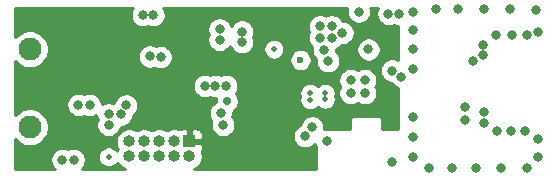
<source format=gbr>
%TF.GenerationSoftware,KiCad,Pcbnew,(5.1.9)-1*%
%TF.CreationDate,2021-11-01T00:10:38+05:30*%
%TF.ProjectId,STM32-nRF24,53544d33-322d-46e5-9246-32342e6b6963,Rev. A*%
%TF.SameCoordinates,Original*%
%TF.FileFunction,Copper,L3,Inr*%
%TF.FilePolarity,Positive*%
%FSLAX46Y46*%
G04 Gerber Fmt 4.6, Leading zero omitted, Abs format (unit mm)*
G04 Created by KiCad (PCBNEW (5.1.9)-1) date 2021-11-01 00:10:38*
%MOMM*%
%LPD*%
G01*
G04 APERTURE LIST*
%TA.AperFunction,ComponentPad*%
%ADD10C,1.950000*%
%TD*%
%TA.AperFunction,ComponentPad*%
%ADD11R,1.000000X1.000000*%
%TD*%
%TA.AperFunction,ComponentPad*%
%ADD12O,1.000000X1.000000*%
%TD*%
%TA.AperFunction,ViaPad*%
%ADD13C,0.800000*%
%TD*%
%TA.AperFunction,ViaPad*%
%ADD14C,0.700000*%
%TD*%
%TA.AperFunction,ViaPad*%
%ADD15C,0.600000*%
%TD*%
%TA.AperFunction,ViaPad*%
%ADD16C,0.500000*%
%TD*%
%TA.AperFunction,Conductor*%
%ADD17C,0.254000*%
%TD*%
%TA.AperFunction,Conductor*%
%ADD18C,0.100000*%
%TD*%
G04 APERTURE END LIST*
D10*
%TO.N,N/C*%
%TO.C,J1*%
X84075000Y-157400000D03*
X84075000Y-164000000D03*
%TD*%
D11*
%TO.N,+3V3*%
%TO.C,J3*%
X97590000Y-165200000D03*
D12*
%TO.N,SWDIO*%
X97590000Y-166470000D03*
%TO.N,GND*%
X96320000Y-165200000D03*
%TO.N,SWCLK*%
X96320000Y-166470000D03*
%TO.N,GND*%
X95050000Y-165200000D03*
%TO.N,Net-(J3-Pad6)*%
X95050000Y-166470000D03*
%TO.N,Net-(J3-Pad7)*%
X93780000Y-165200000D03*
%TO.N,Net-(J3-Pad8)*%
X93780000Y-166470000D03*
%TO.N,GND*%
X92510000Y-165200000D03*
%TO.N,NRST*%
X92510000Y-166470000D03*
%TD*%
D13*
%TO.N,GND*%
X126950000Y-154100000D03*
X127150000Y-155900000D03*
X116550000Y-159100000D03*
X122450000Y-157900000D03*
X122550000Y-162700000D03*
X120950000Y-163400000D03*
X120950000Y-162300000D03*
X121650000Y-158400000D03*
X122550000Y-163600000D03*
X122450000Y-157000000D03*
X112450000Y-161100000D03*
X111250000Y-161100000D03*
X112450000Y-160000000D03*
X108000000Y-164000000D03*
X90750000Y-163800000D03*
X94550000Y-154500000D03*
X111950000Y-154200000D03*
X114750000Y-159200000D03*
X112750000Y-157400000D03*
X114750000Y-166900000D03*
X102050000Y-156800000D03*
X102050000Y-155900000D03*
X109250000Y-165200000D03*
X100450000Y-163800000D03*
X109000000Y-157450000D03*
X108650000Y-156400000D03*
X88200000Y-162100000D03*
D14*
X100800000Y-161800000D03*
D13*
X100150000Y-155700000D03*
X91800000Y-162900000D03*
X100250000Y-162800000D03*
X109650000Y-156400000D03*
X109350000Y-158400000D03*
X114450000Y-154400000D03*
X111250000Y-160000000D03*
X95150000Y-158050000D03*
X110550000Y-156000000D03*
X107400000Y-164750000D03*
X115550000Y-159700000D03*
X115350000Y-154400000D03*
X109650000Y-155450000D03*
X108650000Y-155450000D03*
X93650000Y-154500000D03*
X89150000Y-162100000D03*
X90750000Y-162900000D03*
X92250000Y-162150000D03*
X94250000Y-158000000D03*
X100700000Y-160500000D03*
X99800000Y-160500000D03*
X98900000Y-160500000D03*
X100150000Y-156600000D03*
X116550000Y-157400000D03*
X116550000Y-155800000D03*
X116550000Y-154200000D03*
X118450000Y-154000000D03*
X120350000Y-154000000D03*
X122550000Y-154000000D03*
X124750000Y-154000000D03*
X116550000Y-163100000D03*
X116550000Y-164800000D03*
X116550000Y-166500000D03*
X117900000Y-167450000D03*
X119800000Y-167450000D03*
X121902010Y-167450000D03*
X124000000Y-167450000D03*
X126200000Y-167450000D03*
X127150000Y-166500000D03*
X127150000Y-165000000D03*
X123650000Y-164300000D03*
X124850000Y-164300000D03*
X126050000Y-164300000D03*
X123550000Y-156200000D03*
X124950000Y-156200000D03*
X126150000Y-156200000D03*
D15*
X107000000Y-158300000D03*
D13*
X87800000Y-166750000D03*
X86850000Y-166750000D03*
%TO.N,+3V3*%
X83800000Y-154900000D03*
X110650000Y-154500000D03*
X110950000Y-163900000D03*
X101850000Y-163500000D03*
X105650000Y-156300000D03*
X104850000Y-155900000D03*
X114350000Y-157500000D03*
X97000000Y-161800000D03*
X96100000Y-161800000D03*
D16*
%TO.N,NRST*%
X90750000Y-166500000D03*
X104750000Y-157400000D03*
%TO.N,SPI3_MISO*%
X107800000Y-161650000D03*
X109100000Y-161640000D03*
%TO.N,SPI3_MOSI*%
X107800000Y-161100000D03*
X109100000Y-161100000D03*
%TD*%
D17*
%TO.N,+3V3*%
X92732795Y-154009744D02*
X92654774Y-154198102D01*
X92615000Y-154398061D01*
X92615000Y-154601939D01*
X92654774Y-154801898D01*
X92732795Y-154990256D01*
X92846063Y-155159774D01*
X92990226Y-155303937D01*
X93159744Y-155417205D01*
X93348102Y-155495226D01*
X93548061Y-155535000D01*
X93751939Y-155535000D01*
X93951898Y-155495226D01*
X94100000Y-155433880D01*
X94248102Y-155495226D01*
X94448061Y-155535000D01*
X94651939Y-155535000D01*
X94851898Y-155495226D01*
X95040256Y-155417205D01*
X95209774Y-155303937D01*
X95353937Y-155159774D01*
X95467205Y-154990256D01*
X95545226Y-154801898D01*
X95585000Y-154601939D01*
X95585000Y-154398061D01*
X95545226Y-154198102D01*
X95467205Y-154009744D01*
X95367150Y-153860000D01*
X110970556Y-153860000D01*
X110954774Y-153898102D01*
X110915000Y-154098061D01*
X110915000Y-154301939D01*
X110954774Y-154501898D01*
X111032795Y-154690256D01*
X111146063Y-154859774D01*
X111290226Y-155003937D01*
X111459744Y-155117205D01*
X111648102Y-155195226D01*
X111848061Y-155235000D01*
X112051939Y-155235000D01*
X112251898Y-155195226D01*
X112440256Y-155117205D01*
X112609774Y-155003937D01*
X112753937Y-154859774D01*
X112867205Y-154690256D01*
X112945226Y-154501898D01*
X112985000Y-154301939D01*
X112985000Y-154098061D01*
X112945226Y-153898102D01*
X112929444Y-153860000D01*
X113566033Y-153860000D01*
X113532795Y-153909744D01*
X113454774Y-154098102D01*
X113415000Y-154298061D01*
X113415000Y-154501939D01*
X113454774Y-154701898D01*
X113532795Y-154890256D01*
X113646063Y-155059774D01*
X113790226Y-155203937D01*
X113959744Y-155317205D01*
X114148102Y-155395226D01*
X114348061Y-155435000D01*
X114551939Y-155435000D01*
X114751898Y-155395226D01*
X114900000Y-155333880D01*
X115048102Y-155395226D01*
X115223000Y-155430015D01*
X115223000Y-158275647D01*
X115051898Y-158204774D01*
X114851939Y-158165000D01*
X114648061Y-158165000D01*
X114448102Y-158204774D01*
X114259744Y-158282795D01*
X114090226Y-158396063D01*
X113946063Y-158540226D01*
X113832795Y-158709744D01*
X113754774Y-158898102D01*
X113715000Y-159098061D01*
X113715000Y-159301939D01*
X113754774Y-159501898D01*
X113832795Y-159690256D01*
X113946063Y-159859774D01*
X114090226Y-160003937D01*
X114259744Y-160117205D01*
X114448102Y-160195226D01*
X114648061Y-160235000D01*
X114662692Y-160235000D01*
X114746063Y-160359774D01*
X114890226Y-160503937D01*
X115059744Y-160617205D01*
X115223000Y-160684828D01*
X115223000Y-164124960D01*
X113877000Y-164126487D01*
X113877000Y-163203631D01*
X113874560Y-163178855D01*
X113867333Y-163155030D01*
X113855597Y-163133074D01*
X113839803Y-163113828D01*
X113820557Y-163098034D01*
X113798601Y-163086298D01*
X113774776Y-163079071D01*
X113750000Y-163076631D01*
X111350000Y-163076631D01*
X111325224Y-163079071D01*
X111301399Y-163086298D01*
X111279443Y-163098034D01*
X111260197Y-163113828D01*
X111244403Y-163133074D01*
X111232667Y-163155030D01*
X111225440Y-163178855D01*
X111223000Y-163203631D01*
X111223000Y-164176631D01*
X109410412Y-164176631D01*
X109351939Y-164165000D01*
X109148061Y-164165000D01*
X109089587Y-164176631D01*
X109020143Y-164176631D01*
X109035000Y-164101939D01*
X109035000Y-163898061D01*
X108995226Y-163698102D01*
X108917205Y-163509744D01*
X108803937Y-163340226D01*
X108659774Y-163196063D01*
X108490256Y-163082795D01*
X108301898Y-163004774D01*
X108101939Y-162965000D01*
X107898061Y-162965000D01*
X107698102Y-163004774D01*
X107509744Y-163082795D01*
X107340226Y-163196063D01*
X107196063Y-163340226D01*
X107082795Y-163509744D01*
X107004774Y-163698102D01*
X106984109Y-163801992D01*
X106909744Y-163832795D01*
X106740226Y-163946063D01*
X106596063Y-164090226D01*
X106482795Y-164259744D01*
X106404774Y-164448102D01*
X106365000Y-164648061D01*
X106365000Y-164851939D01*
X106404774Y-165051898D01*
X106482795Y-165240256D01*
X106596063Y-165409774D01*
X106740226Y-165553937D01*
X106909744Y-165667205D01*
X107098102Y-165745226D01*
X107298061Y-165785000D01*
X107501939Y-165785000D01*
X107701898Y-165745226D01*
X107890256Y-165667205D01*
X108059774Y-165553937D01*
X108203937Y-165409774D01*
X108228991Y-165372278D01*
X108254774Y-165501898D01*
X108323000Y-165666609D01*
X108323000Y-167540000D01*
X97972690Y-167540000D01*
X98127624Y-167475824D01*
X98313520Y-167351612D01*
X98471612Y-167193520D01*
X98595824Y-167007624D01*
X98681383Y-166801067D01*
X98725000Y-166581788D01*
X98725000Y-166358212D01*
X98681383Y-166138933D01*
X98635112Y-166027226D01*
X98679502Y-165944180D01*
X98715812Y-165824482D01*
X98728072Y-165700000D01*
X98725000Y-165485750D01*
X98566250Y-165327000D01*
X97717000Y-165327000D01*
X97717000Y-165338026D01*
X97701788Y-165335000D01*
X97478212Y-165335000D01*
X97463000Y-165338026D01*
X97463000Y-165327000D01*
X97451974Y-165327000D01*
X97455000Y-165311788D01*
X97455000Y-165088212D01*
X97451974Y-165073000D01*
X97463000Y-165073000D01*
X97463000Y-164223750D01*
X97717000Y-164223750D01*
X97717000Y-165073000D01*
X98566250Y-165073000D01*
X98725000Y-164914250D01*
X98728072Y-164700000D01*
X98715812Y-164575518D01*
X98679502Y-164455820D01*
X98620537Y-164345506D01*
X98541185Y-164248815D01*
X98444494Y-164169463D01*
X98334180Y-164110498D01*
X98214482Y-164074188D01*
X98090000Y-164061928D01*
X97875750Y-164065000D01*
X97717000Y-164223750D01*
X97463000Y-164223750D01*
X97304250Y-164065000D01*
X97090000Y-164061928D01*
X96965518Y-164074188D01*
X96845820Y-164110498D01*
X96762774Y-164154888D01*
X96651067Y-164108617D01*
X96431788Y-164065000D01*
X96208212Y-164065000D01*
X95988933Y-164108617D01*
X95782376Y-164194176D01*
X95685000Y-164259241D01*
X95587624Y-164194176D01*
X95381067Y-164108617D01*
X95161788Y-164065000D01*
X94938212Y-164065000D01*
X94718933Y-164108617D01*
X94512376Y-164194176D01*
X94415000Y-164259241D01*
X94317624Y-164194176D01*
X94111067Y-164108617D01*
X93891788Y-164065000D01*
X93668212Y-164065000D01*
X93448933Y-164108617D01*
X93242376Y-164194176D01*
X93145000Y-164259241D01*
X93047624Y-164194176D01*
X92841067Y-164108617D01*
X92621788Y-164065000D01*
X92398212Y-164065000D01*
X92178933Y-164108617D01*
X91972376Y-164194176D01*
X91786480Y-164318388D01*
X91628388Y-164476480D01*
X91504176Y-164662376D01*
X91418617Y-164868933D01*
X91375000Y-165088212D01*
X91375000Y-165311788D01*
X91418617Y-165531067D01*
X91504176Y-165737624D01*
X91569241Y-165835000D01*
X91504176Y-165932376D01*
X91477744Y-165996188D01*
X91437424Y-165935845D01*
X91314155Y-165812576D01*
X91169205Y-165715723D01*
X91008145Y-165649010D01*
X90837165Y-165615000D01*
X90662835Y-165615000D01*
X90491855Y-165649010D01*
X90330795Y-165715723D01*
X90185845Y-165812576D01*
X90062576Y-165935845D01*
X89965723Y-166080795D01*
X89899010Y-166241855D01*
X89865000Y-166412835D01*
X89865000Y-166587165D01*
X89899010Y-166758145D01*
X89965723Y-166919205D01*
X90062576Y-167064155D01*
X90185845Y-167187424D01*
X90330795Y-167284277D01*
X90491855Y-167350990D01*
X90662835Y-167385000D01*
X90837165Y-167385000D01*
X91008145Y-167350990D01*
X91169205Y-167284277D01*
X91314155Y-167187424D01*
X91437424Y-167064155D01*
X91493086Y-166980851D01*
X91504176Y-167007624D01*
X91628388Y-167193520D01*
X91786480Y-167351612D01*
X91972376Y-167475824D01*
X92127310Y-167540000D01*
X88473711Y-167540000D01*
X88603937Y-167409774D01*
X88717205Y-167240256D01*
X88795226Y-167051898D01*
X88835000Y-166851939D01*
X88835000Y-166648061D01*
X88795226Y-166448102D01*
X88717205Y-166259744D01*
X88603937Y-166090226D01*
X88459774Y-165946063D01*
X88290256Y-165832795D01*
X88101898Y-165754774D01*
X87901939Y-165715000D01*
X87698061Y-165715000D01*
X87498102Y-165754774D01*
X87325000Y-165826476D01*
X87151898Y-165754774D01*
X86951939Y-165715000D01*
X86748061Y-165715000D01*
X86548102Y-165754774D01*
X86359744Y-165832795D01*
X86190226Y-165946063D01*
X86046063Y-166090226D01*
X85932795Y-166259744D01*
X85854774Y-166448102D01*
X85815000Y-166648061D01*
X85815000Y-166851939D01*
X85854774Y-167051898D01*
X85932795Y-167240256D01*
X86046063Y-167409774D01*
X86176289Y-167540000D01*
X82832278Y-167540000D01*
X82811914Y-167538003D01*
X82810000Y-167519794D01*
X82810000Y-165004717D01*
X82824431Y-165026315D01*
X83048685Y-165250569D01*
X83312379Y-165426763D01*
X83605380Y-165548129D01*
X83916429Y-165610000D01*
X84233571Y-165610000D01*
X84544620Y-165548129D01*
X84837621Y-165426763D01*
X85101315Y-165250569D01*
X85325569Y-165026315D01*
X85501763Y-164762621D01*
X85623129Y-164469620D01*
X85685000Y-164158571D01*
X85685000Y-163841429D01*
X85623129Y-163530380D01*
X85501763Y-163237379D01*
X85325569Y-162973685D01*
X85101315Y-162749431D01*
X84837621Y-162573237D01*
X84544620Y-162451871D01*
X84233571Y-162390000D01*
X83916429Y-162390000D01*
X83605380Y-162451871D01*
X83312379Y-162573237D01*
X83048685Y-162749431D01*
X82824431Y-162973685D01*
X82810000Y-162995283D01*
X82810000Y-161998061D01*
X87165000Y-161998061D01*
X87165000Y-162201939D01*
X87204774Y-162401898D01*
X87282795Y-162590256D01*
X87396063Y-162759774D01*
X87540226Y-162903937D01*
X87709744Y-163017205D01*
X87898102Y-163095226D01*
X88098061Y-163135000D01*
X88301939Y-163135000D01*
X88501898Y-163095226D01*
X88675000Y-163023524D01*
X88848102Y-163095226D01*
X89048061Y-163135000D01*
X89251939Y-163135000D01*
X89451898Y-163095226D01*
X89640256Y-163017205D01*
X89715000Y-162967263D01*
X89715000Y-163001939D01*
X89754774Y-163201898D01*
X89816120Y-163350000D01*
X89754774Y-163498102D01*
X89715000Y-163698061D01*
X89715000Y-163901939D01*
X89754774Y-164101898D01*
X89832795Y-164290256D01*
X89946063Y-164459774D01*
X90090226Y-164603937D01*
X90259744Y-164717205D01*
X90448102Y-164795226D01*
X90648061Y-164835000D01*
X90851939Y-164835000D01*
X91051898Y-164795226D01*
X91240256Y-164717205D01*
X91409774Y-164603937D01*
X91553937Y-164459774D01*
X91667205Y-164290256D01*
X91745226Y-164101898D01*
X91778424Y-163935000D01*
X91901939Y-163935000D01*
X92101898Y-163895226D01*
X92290256Y-163817205D01*
X92459774Y-163703937D01*
X92603937Y-163559774D01*
X92717205Y-163390256D01*
X92795226Y-163201898D01*
X92834550Y-163004200D01*
X92909774Y-162953937D01*
X93053937Y-162809774D01*
X93167205Y-162640256D01*
X93245226Y-162451898D01*
X93285000Y-162251939D01*
X93285000Y-162048061D01*
X93245226Y-161848102D01*
X93167205Y-161659744D01*
X93053937Y-161490226D01*
X92909774Y-161346063D01*
X92740256Y-161232795D01*
X92551898Y-161154774D01*
X92351939Y-161115000D01*
X92148061Y-161115000D01*
X91948102Y-161154774D01*
X91759744Y-161232795D01*
X91590226Y-161346063D01*
X91446063Y-161490226D01*
X91332795Y-161659744D01*
X91254774Y-161848102D01*
X91228916Y-161978098D01*
X91051898Y-161904774D01*
X90851939Y-161865000D01*
X90648061Y-161865000D01*
X90448102Y-161904774D01*
X90259744Y-161982795D01*
X90185000Y-162032737D01*
X90185000Y-161998061D01*
X90145226Y-161798102D01*
X90067205Y-161609744D01*
X89953937Y-161440226D01*
X89809774Y-161296063D01*
X89640256Y-161182795D01*
X89451898Y-161104774D01*
X89251939Y-161065000D01*
X89048061Y-161065000D01*
X88848102Y-161104774D01*
X88675000Y-161176476D01*
X88501898Y-161104774D01*
X88301939Y-161065000D01*
X88098061Y-161065000D01*
X87898102Y-161104774D01*
X87709744Y-161182795D01*
X87540226Y-161296063D01*
X87396063Y-161440226D01*
X87282795Y-161609744D01*
X87204774Y-161798102D01*
X87165000Y-161998061D01*
X82810000Y-161998061D01*
X82810000Y-160398061D01*
X97865000Y-160398061D01*
X97865000Y-160601939D01*
X97904774Y-160801898D01*
X97982795Y-160990256D01*
X98096063Y-161159774D01*
X98240226Y-161303937D01*
X98409744Y-161417205D01*
X98598102Y-161495226D01*
X98798061Y-161535000D01*
X99001939Y-161535000D01*
X99201898Y-161495226D01*
X99350000Y-161433880D01*
X99498102Y-161495226D01*
X99698061Y-161535000D01*
X99848414Y-161535000D01*
X99815000Y-161702986D01*
X99815000Y-161859907D01*
X99759744Y-161882795D01*
X99590226Y-161996063D01*
X99446063Y-162140226D01*
X99332795Y-162309744D01*
X99254774Y-162498102D01*
X99215000Y-162698061D01*
X99215000Y-162901939D01*
X99254774Y-163101898D01*
X99332795Y-163290256D01*
X99446063Y-163459774D01*
X99463449Y-163477160D01*
X99454774Y-163498102D01*
X99415000Y-163698061D01*
X99415000Y-163901939D01*
X99454774Y-164101898D01*
X99532795Y-164290256D01*
X99646063Y-164459774D01*
X99790226Y-164603937D01*
X99959744Y-164717205D01*
X100148102Y-164795226D01*
X100348061Y-164835000D01*
X100551939Y-164835000D01*
X100751898Y-164795226D01*
X100940256Y-164717205D01*
X101109774Y-164603937D01*
X101253937Y-164459774D01*
X101367205Y-164290256D01*
X101445226Y-164101898D01*
X101485000Y-163901939D01*
X101485000Y-163698061D01*
X101445226Y-163498102D01*
X101367205Y-163309744D01*
X101253937Y-163140226D01*
X101236551Y-163122840D01*
X101245226Y-163101898D01*
X101285000Y-162901939D01*
X101285000Y-162698061D01*
X101278420Y-162664980D01*
X101427901Y-162565099D01*
X101565099Y-162427901D01*
X101672896Y-162266572D01*
X101747147Y-162087314D01*
X101785000Y-161897014D01*
X101785000Y-161702986D01*
X101747147Y-161512686D01*
X101672896Y-161333428D01*
X101565099Y-161172099D01*
X101523498Y-161130498D01*
X101602118Y-161012835D01*
X106915000Y-161012835D01*
X106915000Y-161187165D01*
X106949010Y-161358145D01*
X106955992Y-161375000D01*
X106949010Y-161391855D01*
X106915000Y-161562835D01*
X106915000Y-161737165D01*
X106949010Y-161908145D01*
X107015723Y-162069205D01*
X107112576Y-162214155D01*
X107235845Y-162337424D01*
X107380795Y-162434277D01*
X107541855Y-162500990D01*
X107712835Y-162535000D01*
X107887165Y-162535000D01*
X108058145Y-162500990D01*
X108219205Y-162434277D01*
X108364155Y-162337424D01*
X108455000Y-162246579D01*
X108535845Y-162327424D01*
X108680795Y-162424277D01*
X108841855Y-162490990D01*
X109012835Y-162525000D01*
X109187165Y-162525000D01*
X109358145Y-162490990D01*
X109519205Y-162424277D01*
X109664155Y-162327424D01*
X109787424Y-162204155D01*
X109884277Y-162059205D01*
X109950990Y-161898145D01*
X109985000Y-161727165D01*
X109985000Y-161552835D01*
X109950990Y-161381855D01*
X109946080Y-161370000D01*
X109950990Y-161358145D01*
X109985000Y-161187165D01*
X109985000Y-161012835D01*
X109950990Y-160841855D01*
X109884277Y-160680795D01*
X109787424Y-160535845D01*
X109664155Y-160412576D01*
X109519205Y-160315723D01*
X109358145Y-160249010D01*
X109187165Y-160215000D01*
X109012835Y-160215000D01*
X108841855Y-160249010D01*
X108680795Y-160315723D01*
X108535845Y-160412576D01*
X108450000Y-160498421D01*
X108364155Y-160412576D01*
X108219205Y-160315723D01*
X108058145Y-160249010D01*
X107887165Y-160215000D01*
X107712835Y-160215000D01*
X107541855Y-160249010D01*
X107380795Y-160315723D01*
X107235845Y-160412576D01*
X107112576Y-160535845D01*
X107015723Y-160680795D01*
X106949010Y-160841855D01*
X106915000Y-161012835D01*
X101602118Y-161012835D01*
X101617205Y-160990256D01*
X101695226Y-160801898D01*
X101735000Y-160601939D01*
X101735000Y-160398061D01*
X101695226Y-160198102D01*
X101617205Y-160009744D01*
X101542582Y-159898061D01*
X110215000Y-159898061D01*
X110215000Y-160101939D01*
X110254774Y-160301898D01*
X110332795Y-160490256D01*
X110372715Y-160550000D01*
X110332795Y-160609744D01*
X110254774Y-160798102D01*
X110215000Y-160998061D01*
X110215000Y-161201939D01*
X110254774Y-161401898D01*
X110332795Y-161590256D01*
X110446063Y-161759774D01*
X110590226Y-161903937D01*
X110759744Y-162017205D01*
X110948102Y-162095226D01*
X111148061Y-162135000D01*
X111351939Y-162135000D01*
X111551898Y-162095226D01*
X111740256Y-162017205D01*
X111850000Y-161943877D01*
X111959744Y-162017205D01*
X112148102Y-162095226D01*
X112348061Y-162135000D01*
X112551939Y-162135000D01*
X112751898Y-162095226D01*
X112940256Y-162017205D01*
X113109774Y-161903937D01*
X113253937Y-161759774D01*
X113367205Y-161590256D01*
X113445226Y-161401898D01*
X113485000Y-161201939D01*
X113485000Y-160998061D01*
X113445226Y-160798102D01*
X113367205Y-160609744D01*
X113327285Y-160550000D01*
X113367205Y-160490256D01*
X113445226Y-160301898D01*
X113485000Y-160101939D01*
X113485000Y-159898061D01*
X113445226Y-159698102D01*
X113367205Y-159509744D01*
X113253937Y-159340226D01*
X113109774Y-159196063D01*
X112940256Y-159082795D01*
X112751898Y-159004774D01*
X112551939Y-158965000D01*
X112348061Y-158965000D01*
X112148102Y-159004774D01*
X111959744Y-159082795D01*
X111850000Y-159156123D01*
X111740256Y-159082795D01*
X111551898Y-159004774D01*
X111351939Y-158965000D01*
X111148061Y-158965000D01*
X110948102Y-159004774D01*
X110759744Y-159082795D01*
X110590226Y-159196063D01*
X110446063Y-159340226D01*
X110332795Y-159509744D01*
X110254774Y-159698102D01*
X110215000Y-159898061D01*
X101542582Y-159898061D01*
X101503937Y-159840226D01*
X101359774Y-159696063D01*
X101190256Y-159582795D01*
X101001898Y-159504774D01*
X100801939Y-159465000D01*
X100598061Y-159465000D01*
X100398102Y-159504774D01*
X100250000Y-159566120D01*
X100101898Y-159504774D01*
X99901939Y-159465000D01*
X99698061Y-159465000D01*
X99498102Y-159504774D01*
X99350000Y-159566120D01*
X99201898Y-159504774D01*
X99001939Y-159465000D01*
X98798061Y-159465000D01*
X98598102Y-159504774D01*
X98409744Y-159582795D01*
X98240226Y-159696063D01*
X98096063Y-159840226D01*
X97982795Y-160009744D01*
X97904774Y-160198102D01*
X97865000Y-160398061D01*
X82810000Y-160398061D01*
X82810000Y-158404717D01*
X82824431Y-158426315D01*
X83048685Y-158650569D01*
X83312379Y-158826763D01*
X83605380Y-158948129D01*
X83916429Y-159010000D01*
X84233571Y-159010000D01*
X84544620Y-158948129D01*
X84837621Y-158826763D01*
X85101315Y-158650569D01*
X85325569Y-158426315D01*
X85501763Y-158162621D01*
X85611348Y-157898061D01*
X93215000Y-157898061D01*
X93215000Y-158101939D01*
X93254774Y-158301898D01*
X93332795Y-158490256D01*
X93446063Y-158659774D01*
X93590226Y-158803937D01*
X93759744Y-158917205D01*
X93948102Y-158995226D01*
X94148061Y-159035000D01*
X94351939Y-159035000D01*
X94551898Y-158995226D01*
X94644361Y-158956926D01*
X94659744Y-158967205D01*
X94848102Y-159045226D01*
X95048061Y-159085000D01*
X95251939Y-159085000D01*
X95451898Y-159045226D01*
X95640256Y-158967205D01*
X95809774Y-158853937D01*
X95953937Y-158709774D01*
X96067205Y-158540256D01*
X96145226Y-158351898D01*
X96185000Y-158151939D01*
X96185000Y-157948061D01*
X96145226Y-157748102D01*
X96067205Y-157559744D01*
X95953937Y-157390226D01*
X95809774Y-157246063D01*
X95640256Y-157132795D01*
X95451898Y-157054774D01*
X95251939Y-157015000D01*
X95048061Y-157015000D01*
X94848102Y-157054774D01*
X94755639Y-157093074D01*
X94740256Y-157082795D01*
X94551898Y-157004774D01*
X94351939Y-156965000D01*
X94148061Y-156965000D01*
X93948102Y-157004774D01*
X93759744Y-157082795D01*
X93590226Y-157196063D01*
X93446063Y-157340226D01*
X93332795Y-157509744D01*
X93254774Y-157698102D01*
X93215000Y-157898061D01*
X85611348Y-157898061D01*
X85623129Y-157869620D01*
X85685000Y-157558571D01*
X85685000Y-157241429D01*
X85623129Y-156930380D01*
X85501763Y-156637379D01*
X85325569Y-156373685D01*
X85101315Y-156149431D01*
X84837621Y-155973237D01*
X84544620Y-155851871D01*
X84233571Y-155790000D01*
X83916429Y-155790000D01*
X83605380Y-155851871D01*
X83312379Y-155973237D01*
X83048685Y-156149431D01*
X82824431Y-156373685D01*
X82810000Y-156395283D01*
X82810000Y-155598061D01*
X99115000Y-155598061D01*
X99115000Y-155801939D01*
X99154774Y-156001898D01*
X99216120Y-156150000D01*
X99154774Y-156298102D01*
X99115000Y-156498061D01*
X99115000Y-156701939D01*
X99154774Y-156901898D01*
X99232795Y-157090256D01*
X99346063Y-157259774D01*
X99490226Y-157403937D01*
X99659744Y-157517205D01*
X99848102Y-157595226D01*
X100048061Y-157635000D01*
X100251939Y-157635000D01*
X100451898Y-157595226D01*
X100640256Y-157517205D01*
X100809774Y-157403937D01*
X100953937Y-157259774D01*
X101056554Y-157106196D01*
X101132795Y-157290256D01*
X101246063Y-157459774D01*
X101390226Y-157603937D01*
X101559744Y-157717205D01*
X101748102Y-157795226D01*
X101948061Y-157835000D01*
X102151939Y-157835000D01*
X102351898Y-157795226D01*
X102540256Y-157717205D01*
X102709774Y-157603937D01*
X102853937Y-157459774D01*
X102952118Y-157312835D01*
X103865000Y-157312835D01*
X103865000Y-157487165D01*
X103899010Y-157658145D01*
X103965723Y-157819205D01*
X104062576Y-157964155D01*
X104185845Y-158087424D01*
X104330795Y-158184277D01*
X104491855Y-158250990D01*
X104662835Y-158285000D01*
X104837165Y-158285000D01*
X105008145Y-158250990D01*
X105112147Y-158207911D01*
X106065000Y-158207911D01*
X106065000Y-158392089D01*
X106100932Y-158572729D01*
X106171414Y-158742889D01*
X106273738Y-158896028D01*
X106403972Y-159026262D01*
X106557111Y-159128586D01*
X106727271Y-159199068D01*
X106907911Y-159235000D01*
X107092089Y-159235000D01*
X107272729Y-159199068D01*
X107442889Y-159128586D01*
X107596028Y-159026262D01*
X107726262Y-158896028D01*
X107828586Y-158742889D01*
X107899068Y-158572729D01*
X107935000Y-158392089D01*
X107935000Y-158207911D01*
X107899068Y-158027271D01*
X107828586Y-157857111D01*
X107726262Y-157703972D01*
X107596028Y-157573738D01*
X107442889Y-157471414D01*
X107272729Y-157400932D01*
X107092089Y-157365000D01*
X106907911Y-157365000D01*
X106727271Y-157400932D01*
X106557111Y-157471414D01*
X106403972Y-157573738D01*
X106273738Y-157703972D01*
X106171414Y-157857111D01*
X106100932Y-158027271D01*
X106065000Y-158207911D01*
X105112147Y-158207911D01*
X105169205Y-158184277D01*
X105314155Y-158087424D01*
X105437424Y-157964155D01*
X105534277Y-157819205D01*
X105600990Y-157658145D01*
X105635000Y-157487165D01*
X105635000Y-157312835D01*
X105600990Y-157141855D01*
X105534277Y-156980795D01*
X105437424Y-156835845D01*
X105314155Y-156712576D01*
X105169205Y-156615723D01*
X105008145Y-156549010D01*
X104837165Y-156515000D01*
X104662835Y-156515000D01*
X104491855Y-156549010D01*
X104330795Y-156615723D01*
X104185845Y-156712576D01*
X104062576Y-156835845D01*
X103965723Y-156980795D01*
X103899010Y-157141855D01*
X103865000Y-157312835D01*
X102952118Y-157312835D01*
X102967205Y-157290256D01*
X103045226Y-157101898D01*
X103085000Y-156901939D01*
X103085000Y-156698061D01*
X103045226Y-156498102D01*
X102983880Y-156350000D01*
X103045226Y-156201898D01*
X103085000Y-156001939D01*
X103085000Y-155798061D01*
X103045226Y-155598102D01*
X102967205Y-155409744D01*
X102925990Y-155348061D01*
X107615000Y-155348061D01*
X107615000Y-155551939D01*
X107654774Y-155751898D01*
X107726476Y-155925000D01*
X107654774Y-156098102D01*
X107615000Y-156298061D01*
X107615000Y-156501939D01*
X107654774Y-156701898D01*
X107732795Y-156890256D01*
X107846063Y-157059774D01*
X107990226Y-157203937D01*
X107993264Y-157205967D01*
X107965000Y-157348061D01*
X107965000Y-157551939D01*
X108004774Y-157751898D01*
X108082795Y-157940256D01*
X108196063Y-158109774D01*
X108326506Y-158240217D01*
X108315000Y-158298061D01*
X108315000Y-158501939D01*
X108354774Y-158701898D01*
X108432795Y-158890256D01*
X108546063Y-159059774D01*
X108690226Y-159203937D01*
X108859744Y-159317205D01*
X109048102Y-159395226D01*
X109248061Y-159435000D01*
X109451939Y-159435000D01*
X109651898Y-159395226D01*
X109840256Y-159317205D01*
X110009774Y-159203937D01*
X110153937Y-159059774D01*
X110267205Y-158890256D01*
X110345226Y-158701898D01*
X110385000Y-158501939D01*
X110385000Y-158298061D01*
X110345226Y-158098102D01*
X110267205Y-157909744D01*
X110153937Y-157740226D01*
X110023494Y-157609783D01*
X110035000Y-157551939D01*
X110035000Y-157360804D01*
X110140256Y-157317205D01*
X110168907Y-157298061D01*
X111715000Y-157298061D01*
X111715000Y-157501939D01*
X111754774Y-157701898D01*
X111832795Y-157890256D01*
X111946063Y-158059774D01*
X112090226Y-158203937D01*
X112259744Y-158317205D01*
X112448102Y-158395226D01*
X112648061Y-158435000D01*
X112851939Y-158435000D01*
X113051898Y-158395226D01*
X113240256Y-158317205D01*
X113409774Y-158203937D01*
X113553937Y-158059774D01*
X113667205Y-157890256D01*
X113745226Y-157701898D01*
X113785000Y-157501939D01*
X113785000Y-157298061D01*
X113745226Y-157098102D01*
X113667205Y-156909744D01*
X113553937Y-156740226D01*
X113409774Y-156596063D01*
X113240256Y-156482795D01*
X113051898Y-156404774D01*
X112851939Y-156365000D01*
X112648061Y-156365000D01*
X112448102Y-156404774D01*
X112259744Y-156482795D01*
X112090226Y-156596063D01*
X111946063Y-156740226D01*
X111832795Y-156909744D01*
X111754774Y-157098102D01*
X111715000Y-157298061D01*
X110168907Y-157298061D01*
X110309774Y-157203937D01*
X110453937Y-157059774D01*
X110470490Y-157035000D01*
X110651939Y-157035000D01*
X110851898Y-156995226D01*
X111040256Y-156917205D01*
X111209774Y-156803937D01*
X111353937Y-156659774D01*
X111467205Y-156490256D01*
X111545226Y-156301898D01*
X111585000Y-156101939D01*
X111585000Y-155898061D01*
X111545226Y-155698102D01*
X111467205Y-155509744D01*
X111353937Y-155340226D01*
X111209774Y-155196063D01*
X111040256Y-155082795D01*
X110851898Y-155004774D01*
X110651939Y-154965000D01*
X110569382Y-154965000D01*
X110567205Y-154959744D01*
X110453937Y-154790226D01*
X110309774Y-154646063D01*
X110140256Y-154532795D01*
X109951898Y-154454774D01*
X109751939Y-154415000D01*
X109548061Y-154415000D01*
X109348102Y-154454774D01*
X109159744Y-154532795D01*
X109150000Y-154539306D01*
X109140256Y-154532795D01*
X108951898Y-154454774D01*
X108751939Y-154415000D01*
X108548061Y-154415000D01*
X108348102Y-154454774D01*
X108159744Y-154532795D01*
X107990226Y-154646063D01*
X107846063Y-154790226D01*
X107732795Y-154959744D01*
X107654774Y-155148102D01*
X107615000Y-155348061D01*
X102925990Y-155348061D01*
X102853937Y-155240226D01*
X102709774Y-155096063D01*
X102540256Y-154982795D01*
X102351898Y-154904774D01*
X102151939Y-154865000D01*
X101948061Y-154865000D01*
X101748102Y-154904774D01*
X101559744Y-154982795D01*
X101390226Y-155096063D01*
X101246063Y-155240226D01*
X101143446Y-155393804D01*
X101067205Y-155209744D01*
X100953937Y-155040226D01*
X100809774Y-154896063D01*
X100640256Y-154782795D01*
X100451898Y-154704774D01*
X100251939Y-154665000D01*
X100048061Y-154665000D01*
X99848102Y-154704774D01*
X99659744Y-154782795D01*
X99490226Y-154896063D01*
X99346063Y-155040226D01*
X99232795Y-155209744D01*
X99154774Y-155398102D01*
X99115000Y-155598061D01*
X82810000Y-155598061D01*
X82810000Y-153882278D01*
X82811997Y-153861914D01*
X82830207Y-153860000D01*
X92832850Y-153860000D01*
X92732795Y-154009744D01*
%TA.AperFunction,Conductor*%
D18*
G36*
X92732795Y-154009744D02*
G01*
X92654774Y-154198102D01*
X92615000Y-154398061D01*
X92615000Y-154601939D01*
X92654774Y-154801898D01*
X92732795Y-154990256D01*
X92846063Y-155159774D01*
X92990226Y-155303937D01*
X93159744Y-155417205D01*
X93348102Y-155495226D01*
X93548061Y-155535000D01*
X93751939Y-155535000D01*
X93951898Y-155495226D01*
X94100000Y-155433880D01*
X94248102Y-155495226D01*
X94448061Y-155535000D01*
X94651939Y-155535000D01*
X94851898Y-155495226D01*
X95040256Y-155417205D01*
X95209774Y-155303937D01*
X95353937Y-155159774D01*
X95467205Y-154990256D01*
X95545226Y-154801898D01*
X95585000Y-154601939D01*
X95585000Y-154398061D01*
X95545226Y-154198102D01*
X95467205Y-154009744D01*
X95367150Y-153860000D01*
X110970556Y-153860000D01*
X110954774Y-153898102D01*
X110915000Y-154098061D01*
X110915000Y-154301939D01*
X110954774Y-154501898D01*
X111032795Y-154690256D01*
X111146063Y-154859774D01*
X111290226Y-155003937D01*
X111459744Y-155117205D01*
X111648102Y-155195226D01*
X111848061Y-155235000D01*
X112051939Y-155235000D01*
X112251898Y-155195226D01*
X112440256Y-155117205D01*
X112609774Y-155003937D01*
X112753937Y-154859774D01*
X112867205Y-154690256D01*
X112945226Y-154501898D01*
X112985000Y-154301939D01*
X112985000Y-154098061D01*
X112945226Y-153898102D01*
X112929444Y-153860000D01*
X113566033Y-153860000D01*
X113532795Y-153909744D01*
X113454774Y-154098102D01*
X113415000Y-154298061D01*
X113415000Y-154501939D01*
X113454774Y-154701898D01*
X113532795Y-154890256D01*
X113646063Y-155059774D01*
X113790226Y-155203937D01*
X113959744Y-155317205D01*
X114148102Y-155395226D01*
X114348061Y-155435000D01*
X114551939Y-155435000D01*
X114751898Y-155395226D01*
X114900000Y-155333880D01*
X115048102Y-155395226D01*
X115223000Y-155430015D01*
X115223000Y-158275647D01*
X115051898Y-158204774D01*
X114851939Y-158165000D01*
X114648061Y-158165000D01*
X114448102Y-158204774D01*
X114259744Y-158282795D01*
X114090226Y-158396063D01*
X113946063Y-158540226D01*
X113832795Y-158709744D01*
X113754774Y-158898102D01*
X113715000Y-159098061D01*
X113715000Y-159301939D01*
X113754774Y-159501898D01*
X113832795Y-159690256D01*
X113946063Y-159859774D01*
X114090226Y-160003937D01*
X114259744Y-160117205D01*
X114448102Y-160195226D01*
X114648061Y-160235000D01*
X114662692Y-160235000D01*
X114746063Y-160359774D01*
X114890226Y-160503937D01*
X115059744Y-160617205D01*
X115223000Y-160684828D01*
X115223000Y-164124960D01*
X113877000Y-164126487D01*
X113877000Y-163203631D01*
X113874560Y-163178855D01*
X113867333Y-163155030D01*
X113855597Y-163133074D01*
X113839803Y-163113828D01*
X113820557Y-163098034D01*
X113798601Y-163086298D01*
X113774776Y-163079071D01*
X113750000Y-163076631D01*
X111350000Y-163076631D01*
X111325224Y-163079071D01*
X111301399Y-163086298D01*
X111279443Y-163098034D01*
X111260197Y-163113828D01*
X111244403Y-163133074D01*
X111232667Y-163155030D01*
X111225440Y-163178855D01*
X111223000Y-163203631D01*
X111223000Y-164176631D01*
X109410412Y-164176631D01*
X109351939Y-164165000D01*
X109148061Y-164165000D01*
X109089587Y-164176631D01*
X109020143Y-164176631D01*
X109035000Y-164101939D01*
X109035000Y-163898061D01*
X108995226Y-163698102D01*
X108917205Y-163509744D01*
X108803937Y-163340226D01*
X108659774Y-163196063D01*
X108490256Y-163082795D01*
X108301898Y-163004774D01*
X108101939Y-162965000D01*
X107898061Y-162965000D01*
X107698102Y-163004774D01*
X107509744Y-163082795D01*
X107340226Y-163196063D01*
X107196063Y-163340226D01*
X107082795Y-163509744D01*
X107004774Y-163698102D01*
X106984109Y-163801992D01*
X106909744Y-163832795D01*
X106740226Y-163946063D01*
X106596063Y-164090226D01*
X106482795Y-164259744D01*
X106404774Y-164448102D01*
X106365000Y-164648061D01*
X106365000Y-164851939D01*
X106404774Y-165051898D01*
X106482795Y-165240256D01*
X106596063Y-165409774D01*
X106740226Y-165553937D01*
X106909744Y-165667205D01*
X107098102Y-165745226D01*
X107298061Y-165785000D01*
X107501939Y-165785000D01*
X107701898Y-165745226D01*
X107890256Y-165667205D01*
X108059774Y-165553937D01*
X108203937Y-165409774D01*
X108228991Y-165372278D01*
X108254774Y-165501898D01*
X108323000Y-165666609D01*
X108323000Y-167540000D01*
X97972690Y-167540000D01*
X98127624Y-167475824D01*
X98313520Y-167351612D01*
X98471612Y-167193520D01*
X98595824Y-167007624D01*
X98681383Y-166801067D01*
X98725000Y-166581788D01*
X98725000Y-166358212D01*
X98681383Y-166138933D01*
X98635112Y-166027226D01*
X98679502Y-165944180D01*
X98715812Y-165824482D01*
X98728072Y-165700000D01*
X98725000Y-165485750D01*
X98566250Y-165327000D01*
X97717000Y-165327000D01*
X97717000Y-165338026D01*
X97701788Y-165335000D01*
X97478212Y-165335000D01*
X97463000Y-165338026D01*
X97463000Y-165327000D01*
X97451974Y-165327000D01*
X97455000Y-165311788D01*
X97455000Y-165088212D01*
X97451974Y-165073000D01*
X97463000Y-165073000D01*
X97463000Y-164223750D01*
X97717000Y-164223750D01*
X97717000Y-165073000D01*
X98566250Y-165073000D01*
X98725000Y-164914250D01*
X98728072Y-164700000D01*
X98715812Y-164575518D01*
X98679502Y-164455820D01*
X98620537Y-164345506D01*
X98541185Y-164248815D01*
X98444494Y-164169463D01*
X98334180Y-164110498D01*
X98214482Y-164074188D01*
X98090000Y-164061928D01*
X97875750Y-164065000D01*
X97717000Y-164223750D01*
X97463000Y-164223750D01*
X97304250Y-164065000D01*
X97090000Y-164061928D01*
X96965518Y-164074188D01*
X96845820Y-164110498D01*
X96762774Y-164154888D01*
X96651067Y-164108617D01*
X96431788Y-164065000D01*
X96208212Y-164065000D01*
X95988933Y-164108617D01*
X95782376Y-164194176D01*
X95685000Y-164259241D01*
X95587624Y-164194176D01*
X95381067Y-164108617D01*
X95161788Y-164065000D01*
X94938212Y-164065000D01*
X94718933Y-164108617D01*
X94512376Y-164194176D01*
X94415000Y-164259241D01*
X94317624Y-164194176D01*
X94111067Y-164108617D01*
X93891788Y-164065000D01*
X93668212Y-164065000D01*
X93448933Y-164108617D01*
X93242376Y-164194176D01*
X93145000Y-164259241D01*
X93047624Y-164194176D01*
X92841067Y-164108617D01*
X92621788Y-164065000D01*
X92398212Y-164065000D01*
X92178933Y-164108617D01*
X91972376Y-164194176D01*
X91786480Y-164318388D01*
X91628388Y-164476480D01*
X91504176Y-164662376D01*
X91418617Y-164868933D01*
X91375000Y-165088212D01*
X91375000Y-165311788D01*
X91418617Y-165531067D01*
X91504176Y-165737624D01*
X91569241Y-165835000D01*
X91504176Y-165932376D01*
X91477744Y-165996188D01*
X91437424Y-165935845D01*
X91314155Y-165812576D01*
X91169205Y-165715723D01*
X91008145Y-165649010D01*
X90837165Y-165615000D01*
X90662835Y-165615000D01*
X90491855Y-165649010D01*
X90330795Y-165715723D01*
X90185845Y-165812576D01*
X90062576Y-165935845D01*
X89965723Y-166080795D01*
X89899010Y-166241855D01*
X89865000Y-166412835D01*
X89865000Y-166587165D01*
X89899010Y-166758145D01*
X89965723Y-166919205D01*
X90062576Y-167064155D01*
X90185845Y-167187424D01*
X90330795Y-167284277D01*
X90491855Y-167350990D01*
X90662835Y-167385000D01*
X90837165Y-167385000D01*
X91008145Y-167350990D01*
X91169205Y-167284277D01*
X91314155Y-167187424D01*
X91437424Y-167064155D01*
X91493086Y-166980851D01*
X91504176Y-167007624D01*
X91628388Y-167193520D01*
X91786480Y-167351612D01*
X91972376Y-167475824D01*
X92127310Y-167540000D01*
X88473711Y-167540000D01*
X88603937Y-167409774D01*
X88717205Y-167240256D01*
X88795226Y-167051898D01*
X88835000Y-166851939D01*
X88835000Y-166648061D01*
X88795226Y-166448102D01*
X88717205Y-166259744D01*
X88603937Y-166090226D01*
X88459774Y-165946063D01*
X88290256Y-165832795D01*
X88101898Y-165754774D01*
X87901939Y-165715000D01*
X87698061Y-165715000D01*
X87498102Y-165754774D01*
X87325000Y-165826476D01*
X87151898Y-165754774D01*
X86951939Y-165715000D01*
X86748061Y-165715000D01*
X86548102Y-165754774D01*
X86359744Y-165832795D01*
X86190226Y-165946063D01*
X86046063Y-166090226D01*
X85932795Y-166259744D01*
X85854774Y-166448102D01*
X85815000Y-166648061D01*
X85815000Y-166851939D01*
X85854774Y-167051898D01*
X85932795Y-167240256D01*
X86046063Y-167409774D01*
X86176289Y-167540000D01*
X82832278Y-167540000D01*
X82811914Y-167538003D01*
X82810000Y-167519794D01*
X82810000Y-165004717D01*
X82824431Y-165026315D01*
X83048685Y-165250569D01*
X83312379Y-165426763D01*
X83605380Y-165548129D01*
X83916429Y-165610000D01*
X84233571Y-165610000D01*
X84544620Y-165548129D01*
X84837621Y-165426763D01*
X85101315Y-165250569D01*
X85325569Y-165026315D01*
X85501763Y-164762621D01*
X85623129Y-164469620D01*
X85685000Y-164158571D01*
X85685000Y-163841429D01*
X85623129Y-163530380D01*
X85501763Y-163237379D01*
X85325569Y-162973685D01*
X85101315Y-162749431D01*
X84837621Y-162573237D01*
X84544620Y-162451871D01*
X84233571Y-162390000D01*
X83916429Y-162390000D01*
X83605380Y-162451871D01*
X83312379Y-162573237D01*
X83048685Y-162749431D01*
X82824431Y-162973685D01*
X82810000Y-162995283D01*
X82810000Y-161998061D01*
X87165000Y-161998061D01*
X87165000Y-162201939D01*
X87204774Y-162401898D01*
X87282795Y-162590256D01*
X87396063Y-162759774D01*
X87540226Y-162903937D01*
X87709744Y-163017205D01*
X87898102Y-163095226D01*
X88098061Y-163135000D01*
X88301939Y-163135000D01*
X88501898Y-163095226D01*
X88675000Y-163023524D01*
X88848102Y-163095226D01*
X89048061Y-163135000D01*
X89251939Y-163135000D01*
X89451898Y-163095226D01*
X89640256Y-163017205D01*
X89715000Y-162967263D01*
X89715000Y-163001939D01*
X89754774Y-163201898D01*
X89816120Y-163350000D01*
X89754774Y-163498102D01*
X89715000Y-163698061D01*
X89715000Y-163901939D01*
X89754774Y-164101898D01*
X89832795Y-164290256D01*
X89946063Y-164459774D01*
X90090226Y-164603937D01*
X90259744Y-164717205D01*
X90448102Y-164795226D01*
X90648061Y-164835000D01*
X90851939Y-164835000D01*
X91051898Y-164795226D01*
X91240256Y-164717205D01*
X91409774Y-164603937D01*
X91553937Y-164459774D01*
X91667205Y-164290256D01*
X91745226Y-164101898D01*
X91778424Y-163935000D01*
X91901939Y-163935000D01*
X92101898Y-163895226D01*
X92290256Y-163817205D01*
X92459774Y-163703937D01*
X92603937Y-163559774D01*
X92717205Y-163390256D01*
X92795226Y-163201898D01*
X92834550Y-163004200D01*
X92909774Y-162953937D01*
X93053937Y-162809774D01*
X93167205Y-162640256D01*
X93245226Y-162451898D01*
X93285000Y-162251939D01*
X93285000Y-162048061D01*
X93245226Y-161848102D01*
X93167205Y-161659744D01*
X93053937Y-161490226D01*
X92909774Y-161346063D01*
X92740256Y-161232795D01*
X92551898Y-161154774D01*
X92351939Y-161115000D01*
X92148061Y-161115000D01*
X91948102Y-161154774D01*
X91759744Y-161232795D01*
X91590226Y-161346063D01*
X91446063Y-161490226D01*
X91332795Y-161659744D01*
X91254774Y-161848102D01*
X91228916Y-161978098D01*
X91051898Y-161904774D01*
X90851939Y-161865000D01*
X90648061Y-161865000D01*
X90448102Y-161904774D01*
X90259744Y-161982795D01*
X90185000Y-162032737D01*
X90185000Y-161998061D01*
X90145226Y-161798102D01*
X90067205Y-161609744D01*
X89953937Y-161440226D01*
X89809774Y-161296063D01*
X89640256Y-161182795D01*
X89451898Y-161104774D01*
X89251939Y-161065000D01*
X89048061Y-161065000D01*
X88848102Y-161104774D01*
X88675000Y-161176476D01*
X88501898Y-161104774D01*
X88301939Y-161065000D01*
X88098061Y-161065000D01*
X87898102Y-161104774D01*
X87709744Y-161182795D01*
X87540226Y-161296063D01*
X87396063Y-161440226D01*
X87282795Y-161609744D01*
X87204774Y-161798102D01*
X87165000Y-161998061D01*
X82810000Y-161998061D01*
X82810000Y-160398061D01*
X97865000Y-160398061D01*
X97865000Y-160601939D01*
X97904774Y-160801898D01*
X97982795Y-160990256D01*
X98096063Y-161159774D01*
X98240226Y-161303937D01*
X98409744Y-161417205D01*
X98598102Y-161495226D01*
X98798061Y-161535000D01*
X99001939Y-161535000D01*
X99201898Y-161495226D01*
X99350000Y-161433880D01*
X99498102Y-161495226D01*
X99698061Y-161535000D01*
X99848414Y-161535000D01*
X99815000Y-161702986D01*
X99815000Y-161859907D01*
X99759744Y-161882795D01*
X99590226Y-161996063D01*
X99446063Y-162140226D01*
X99332795Y-162309744D01*
X99254774Y-162498102D01*
X99215000Y-162698061D01*
X99215000Y-162901939D01*
X99254774Y-163101898D01*
X99332795Y-163290256D01*
X99446063Y-163459774D01*
X99463449Y-163477160D01*
X99454774Y-163498102D01*
X99415000Y-163698061D01*
X99415000Y-163901939D01*
X99454774Y-164101898D01*
X99532795Y-164290256D01*
X99646063Y-164459774D01*
X99790226Y-164603937D01*
X99959744Y-164717205D01*
X100148102Y-164795226D01*
X100348061Y-164835000D01*
X100551939Y-164835000D01*
X100751898Y-164795226D01*
X100940256Y-164717205D01*
X101109774Y-164603937D01*
X101253937Y-164459774D01*
X101367205Y-164290256D01*
X101445226Y-164101898D01*
X101485000Y-163901939D01*
X101485000Y-163698061D01*
X101445226Y-163498102D01*
X101367205Y-163309744D01*
X101253937Y-163140226D01*
X101236551Y-163122840D01*
X101245226Y-163101898D01*
X101285000Y-162901939D01*
X101285000Y-162698061D01*
X101278420Y-162664980D01*
X101427901Y-162565099D01*
X101565099Y-162427901D01*
X101672896Y-162266572D01*
X101747147Y-162087314D01*
X101785000Y-161897014D01*
X101785000Y-161702986D01*
X101747147Y-161512686D01*
X101672896Y-161333428D01*
X101565099Y-161172099D01*
X101523498Y-161130498D01*
X101602118Y-161012835D01*
X106915000Y-161012835D01*
X106915000Y-161187165D01*
X106949010Y-161358145D01*
X106955992Y-161375000D01*
X106949010Y-161391855D01*
X106915000Y-161562835D01*
X106915000Y-161737165D01*
X106949010Y-161908145D01*
X107015723Y-162069205D01*
X107112576Y-162214155D01*
X107235845Y-162337424D01*
X107380795Y-162434277D01*
X107541855Y-162500990D01*
X107712835Y-162535000D01*
X107887165Y-162535000D01*
X108058145Y-162500990D01*
X108219205Y-162434277D01*
X108364155Y-162337424D01*
X108455000Y-162246579D01*
X108535845Y-162327424D01*
X108680795Y-162424277D01*
X108841855Y-162490990D01*
X109012835Y-162525000D01*
X109187165Y-162525000D01*
X109358145Y-162490990D01*
X109519205Y-162424277D01*
X109664155Y-162327424D01*
X109787424Y-162204155D01*
X109884277Y-162059205D01*
X109950990Y-161898145D01*
X109985000Y-161727165D01*
X109985000Y-161552835D01*
X109950990Y-161381855D01*
X109946080Y-161370000D01*
X109950990Y-161358145D01*
X109985000Y-161187165D01*
X109985000Y-161012835D01*
X109950990Y-160841855D01*
X109884277Y-160680795D01*
X109787424Y-160535845D01*
X109664155Y-160412576D01*
X109519205Y-160315723D01*
X109358145Y-160249010D01*
X109187165Y-160215000D01*
X109012835Y-160215000D01*
X108841855Y-160249010D01*
X108680795Y-160315723D01*
X108535845Y-160412576D01*
X108450000Y-160498421D01*
X108364155Y-160412576D01*
X108219205Y-160315723D01*
X108058145Y-160249010D01*
X107887165Y-160215000D01*
X107712835Y-160215000D01*
X107541855Y-160249010D01*
X107380795Y-160315723D01*
X107235845Y-160412576D01*
X107112576Y-160535845D01*
X107015723Y-160680795D01*
X106949010Y-160841855D01*
X106915000Y-161012835D01*
X101602118Y-161012835D01*
X101617205Y-160990256D01*
X101695226Y-160801898D01*
X101735000Y-160601939D01*
X101735000Y-160398061D01*
X101695226Y-160198102D01*
X101617205Y-160009744D01*
X101542582Y-159898061D01*
X110215000Y-159898061D01*
X110215000Y-160101939D01*
X110254774Y-160301898D01*
X110332795Y-160490256D01*
X110372715Y-160550000D01*
X110332795Y-160609744D01*
X110254774Y-160798102D01*
X110215000Y-160998061D01*
X110215000Y-161201939D01*
X110254774Y-161401898D01*
X110332795Y-161590256D01*
X110446063Y-161759774D01*
X110590226Y-161903937D01*
X110759744Y-162017205D01*
X110948102Y-162095226D01*
X111148061Y-162135000D01*
X111351939Y-162135000D01*
X111551898Y-162095226D01*
X111740256Y-162017205D01*
X111850000Y-161943877D01*
X111959744Y-162017205D01*
X112148102Y-162095226D01*
X112348061Y-162135000D01*
X112551939Y-162135000D01*
X112751898Y-162095226D01*
X112940256Y-162017205D01*
X113109774Y-161903937D01*
X113253937Y-161759774D01*
X113367205Y-161590256D01*
X113445226Y-161401898D01*
X113485000Y-161201939D01*
X113485000Y-160998061D01*
X113445226Y-160798102D01*
X113367205Y-160609744D01*
X113327285Y-160550000D01*
X113367205Y-160490256D01*
X113445226Y-160301898D01*
X113485000Y-160101939D01*
X113485000Y-159898061D01*
X113445226Y-159698102D01*
X113367205Y-159509744D01*
X113253937Y-159340226D01*
X113109774Y-159196063D01*
X112940256Y-159082795D01*
X112751898Y-159004774D01*
X112551939Y-158965000D01*
X112348061Y-158965000D01*
X112148102Y-159004774D01*
X111959744Y-159082795D01*
X111850000Y-159156123D01*
X111740256Y-159082795D01*
X111551898Y-159004774D01*
X111351939Y-158965000D01*
X111148061Y-158965000D01*
X110948102Y-159004774D01*
X110759744Y-159082795D01*
X110590226Y-159196063D01*
X110446063Y-159340226D01*
X110332795Y-159509744D01*
X110254774Y-159698102D01*
X110215000Y-159898061D01*
X101542582Y-159898061D01*
X101503937Y-159840226D01*
X101359774Y-159696063D01*
X101190256Y-159582795D01*
X101001898Y-159504774D01*
X100801939Y-159465000D01*
X100598061Y-159465000D01*
X100398102Y-159504774D01*
X100250000Y-159566120D01*
X100101898Y-159504774D01*
X99901939Y-159465000D01*
X99698061Y-159465000D01*
X99498102Y-159504774D01*
X99350000Y-159566120D01*
X99201898Y-159504774D01*
X99001939Y-159465000D01*
X98798061Y-159465000D01*
X98598102Y-159504774D01*
X98409744Y-159582795D01*
X98240226Y-159696063D01*
X98096063Y-159840226D01*
X97982795Y-160009744D01*
X97904774Y-160198102D01*
X97865000Y-160398061D01*
X82810000Y-160398061D01*
X82810000Y-158404717D01*
X82824431Y-158426315D01*
X83048685Y-158650569D01*
X83312379Y-158826763D01*
X83605380Y-158948129D01*
X83916429Y-159010000D01*
X84233571Y-159010000D01*
X84544620Y-158948129D01*
X84837621Y-158826763D01*
X85101315Y-158650569D01*
X85325569Y-158426315D01*
X85501763Y-158162621D01*
X85611348Y-157898061D01*
X93215000Y-157898061D01*
X93215000Y-158101939D01*
X93254774Y-158301898D01*
X93332795Y-158490256D01*
X93446063Y-158659774D01*
X93590226Y-158803937D01*
X93759744Y-158917205D01*
X93948102Y-158995226D01*
X94148061Y-159035000D01*
X94351939Y-159035000D01*
X94551898Y-158995226D01*
X94644361Y-158956926D01*
X94659744Y-158967205D01*
X94848102Y-159045226D01*
X95048061Y-159085000D01*
X95251939Y-159085000D01*
X95451898Y-159045226D01*
X95640256Y-158967205D01*
X95809774Y-158853937D01*
X95953937Y-158709774D01*
X96067205Y-158540256D01*
X96145226Y-158351898D01*
X96185000Y-158151939D01*
X96185000Y-157948061D01*
X96145226Y-157748102D01*
X96067205Y-157559744D01*
X95953937Y-157390226D01*
X95809774Y-157246063D01*
X95640256Y-157132795D01*
X95451898Y-157054774D01*
X95251939Y-157015000D01*
X95048061Y-157015000D01*
X94848102Y-157054774D01*
X94755639Y-157093074D01*
X94740256Y-157082795D01*
X94551898Y-157004774D01*
X94351939Y-156965000D01*
X94148061Y-156965000D01*
X93948102Y-157004774D01*
X93759744Y-157082795D01*
X93590226Y-157196063D01*
X93446063Y-157340226D01*
X93332795Y-157509744D01*
X93254774Y-157698102D01*
X93215000Y-157898061D01*
X85611348Y-157898061D01*
X85623129Y-157869620D01*
X85685000Y-157558571D01*
X85685000Y-157241429D01*
X85623129Y-156930380D01*
X85501763Y-156637379D01*
X85325569Y-156373685D01*
X85101315Y-156149431D01*
X84837621Y-155973237D01*
X84544620Y-155851871D01*
X84233571Y-155790000D01*
X83916429Y-155790000D01*
X83605380Y-155851871D01*
X83312379Y-155973237D01*
X83048685Y-156149431D01*
X82824431Y-156373685D01*
X82810000Y-156395283D01*
X82810000Y-155598061D01*
X99115000Y-155598061D01*
X99115000Y-155801939D01*
X99154774Y-156001898D01*
X99216120Y-156150000D01*
X99154774Y-156298102D01*
X99115000Y-156498061D01*
X99115000Y-156701939D01*
X99154774Y-156901898D01*
X99232795Y-157090256D01*
X99346063Y-157259774D01*
X99490226Y-157403937D01*
X99659744Y-157517205D01*
X99848102Y-157595226D01*
X100048061Y-157635000D01*
X100251939Y-157635000D01*
X100451898Y-157595226D01*
X100640256Y-157517205D01*
X100809774Y-157403937D01*
X100953937Y-157259774D01*
X101056554Y-157106196D01*
X101132795Y-157290256D01*
X101246063Y-157459774D01*
X101390226Y-157603937D01*
X101559744Y-157717205D01*
X101748102Y-157795226D01*
X101948061Y-157835000D01*
X102151939Y-157835000D01*
X102351898Y-157795226D01*
X102540256Y-157717205D01*
X102709774Y-157603937D01*
X102853937Y-157459774D01*
X102952118Y-157312835D01*
X103865000Y-157312835D01*
X103865000Y-157487165D01*
X103899010Y-157658145D01*
X103965723Y-157819205D01*
X104062576Y-157964155D01*
X104185845Y-158087424D01*
X104330795Y-158184277D01*
X104491855Y-158250990D01*
X104662835Y-158285000D01*
X104837165Y-158285000D01*
X105008145Y-158250990D01*
X105112147Y-158207911D01*
X106065000Y-158207911D01*
X106065000Y-158392089D01*
X106100932Y-158572729D01*
X106171414Y-158742889D01*
X106273738Y-158896028D01*
X106403972Y-159026262D01*
X106557111Y-159128586D01*
X106727271Y-159199068D01*
X106907911Y-159235000D01*
X107092089Y-159235000D01*
X107272729Y-159199068D01*
X107442889Y-159128586D01*
X107596028Y-159026262D01*
X107726262Y-158896028D01*
X107828586Y-158742889D01*
X107899068Y-158572729D01*
X107935000Y-158392089D01*
X107935000Y-158207911D01*
X107899068Y-158027271D01*
X107828586Y-157857111D01*
X107726262Y-157703972D01*
X107596028Y-157573738D01*
X107442889Y-157471414D01*
X107272729Y-157400932D01*
X107092089Y-157365000D01*
X106907911Y-157365000D01*
X106727271Y-157400932D01*
X106557111Y-157471414D01*
X106403972Y-157573738D01*
X106273738Y-157703972D01*
X106171414Y-157857111D01*
X106100932Y-158027271D01*
X106065000Y-158207911D01*
X105112147Y-158207911D01*
X105169205Y-158184277D01*
X105314155Y-158087424D01*
X105437424Y-157964155D01*
X105534277Y-157819205D01*
X105600990Y-157658145D01*
X105635000Y-157487165D01*
X105635000Y-157312835D01*
X105600990Y-157141855D01*
X105534277Y-156980795D01*
X105437424Y-156835845D01*
X105314155Y-156712576D01*
X105169205Y-156615723D01*
X105008145Y-156549010D01*
X104837165Y-156515000D01*
X104662835Y-156515000D01*
X104491855Y-156549010D01*
X104330795Y-156615723D01*
X104185845Y-156712576D01*
X104062576Y-156835845D01*
X103965723Y-156980795D01*
X103899010Y-157141855D01*
X103865000Y-157312835D01*
X102952118Y-157312835D01*
X102967205Y-157290256D01*
X103045226Y-157101898D01*
X103085000Y-156901939D01*
X103085000Y-156698061D01*
X103045226Y-156498102D01*
X102983880Y-156350000D01*
X103045226Y-156201898D01*
X103085000Y-156001939D01*
X103085000Y-155798061D01*
X103045226Y-155598102D01*
X102967205Y-155409744D01*
X102925990Y-155348061D01*
X107615000Y-155348061D01*
X107615000Y-155551939D01*
X107654774Y-155751898D01*
X107726476Y-155925000D01*
X107654774Y-156098102D01*
X107615000Y-156298061D01*
X107615000Y-156501939D01*
X107654774Y-156701898D01*
X107732795Y-156890256D01*
X107846063Y-157059774D01*
X107990226Y-157203937D01*
X107993264Y-157205967D01*
X107965000Y-157348061D01*
X107965000Y-157551939D01*
X108004774Y-157751898D01*
X108082795Y-157940256D01*
X108196063Y-158109774D01*
X108326506Y-158240217D01*
X108315000Y-158298061D01*
X108315000Y-158501939D01*
X108354774Y-158701898D01*
X108432795Y-158890256D01*
X108546063Y-159059774D01*
X108690226Y-159203937D01*
X108859744Y-159317205D01*
X109048102Y-159395226D01*
X109248061Y-159435000D01*
X109451939Y-159435000D01*
X109651898Y-159395226D01*
X109840256Y-159317205D01*
X110009774Y-159203937D01*
X110153937Y-159059774D01*
X110267205Y-158890256D01*
X110345226Y-158701898D01*
X110385000Y-158501939D01*
X110385000Y-158298061D01*
X110345226Y-158098102D01*
X110267205Y-157909744D01*
X110153937Y-157740226D01*
X110023494Y-157609783D01*
X110035000Y-157551939D01*
X110035000Y-157360804D01*
X110140256Y-157317205D01*
X110168907Y-157298061D01*
X111715000Y-157298061D01*
X111715000Y-157501939D01*
X111754774Y-157701898D01*
X111832795Y-157890256D01*
X111946063Y-158059774D01*
X112090226Y-158203937D01*
X112259744Y-158317205D01*
X112448102Y-158395226D01*
X112648061Y-158435000D01*
X112851939Y-158435000D01*
X113051898Y-158395226D01*
X113240256Y-158317205D01*
X113409774Y-158203937D01*
X113553937Y-158059774D01*
X113667205Y-157890256D01*
X113745226Y-157701898D01*
X113785000Y-157501939D01*
X113785000Y-157298061D01*
X113745226Y-157098102D01*
X113667205Y-156909744D01*
X113553937Y-156740226D01*
X113409774Y-156596063D01*
X113240256Y-156482795D01*
X113051898Y-156404774D01*
X112851939Y-156365000D01*
X112648061Y-156365000D01*
X112448102Y-156404774D01*
X112259744Y-156482795D01*
X112090226Y-156596063D01*
X111946063Y-156740226D01*
X111832795Y-156909744D01*
X111754774Y-157098102D01*
X111715000Y-157298061D01*
X110168907Y-157298061D01*
X110309774Y-157203937D01*
X110453937Y-157059774D01*
X110470490Y-157035000D01*
X110651939Y-157035000D01*
X110851898Y-156995226D01*
X111040256Y-156917205D01*
X111209774Y-156803937D01*
X111353937Y-156659774D01*
X111467205Y-156490256D01*
X111545226Y-156301898D01*
X111585000Y-156101939D01*
X111585000Y-155898061D01*
X111545226Y-155698102D01*
X111467205Y-155509744D01*
X111353937Y-155340226D01*
X111209774Y-155196063D01*
X111040256Y-155082795D01*
X110851898Y-155004774D01*
X110651939Y-154965000D01*
X110569382Y-154965000D01*
X110567205Y-154959744D01*
X110453937Y-154790226D01*
X110309774Y-154646063D01*
X110140256Y-154532795D01*
X109951898Y-154454774D01*
X109751939Y-154415000D01*
X109548061Y-154415000D01*
X109348102Y-154454774D01*
X109159744Y-154532795D01*
X109150000Y-154539306D01*
X109140256Y-154532795D01*
X108951898Y-154454774D01*
X108751939Y-154415000D01*
X108548061Y-154415000D01*
X108348102Y-154454774D01*
X108159744Y-154532795D01*
X107990226Y-154646063D01*
X107846063Y-154790226D01*
X107732795Y-154959744D01*
X107654774Y-155148102D01*
X107615000Y-155348061D01*
X102925990Y-155348061D01*
X102853937Y-155240226D01*
X102709774Y-155096063D01*
X102540256Y-154982795D01*
X102351898Y-154904774D01*
X102151939Y-154865000D01*
X101948061Y-154865000D01*
X101748102Y-154904774D01*
X101559744Y-154982795D01*
X101390226Y-155096063D01*
X101246063Y-155240226D01*
X101143446Y-155393804D01*
X101067205Y-155209744D01*
X100953937Y-155040226D01*
X100809774Y-154896063D01*
X100640256Y-154782795D01*
X100451898Y-154704774D01*
X100251939Y-154665000D01*
X100048061Y-154665000D01*
X99848102Y-154704774D01*
X99659744Y-154782795D01*
X99490226Y-154896063D01*
X99346063Y-155040226D01*
X99232795Y-155209744D01*
X99154774Y-155398102D01*
X99115000Y-155598061D01*
X82810000Y-155598061D01*
X82810000Y-153882278D01*
X82811997Y-153861914D01*
X82830207Y-153860000D01*
X92832850Y-153860000D01*
X92732795Y-154009744D01*
G37*
%TD.AperFunction*%
%TD*%
M02*

</source>
